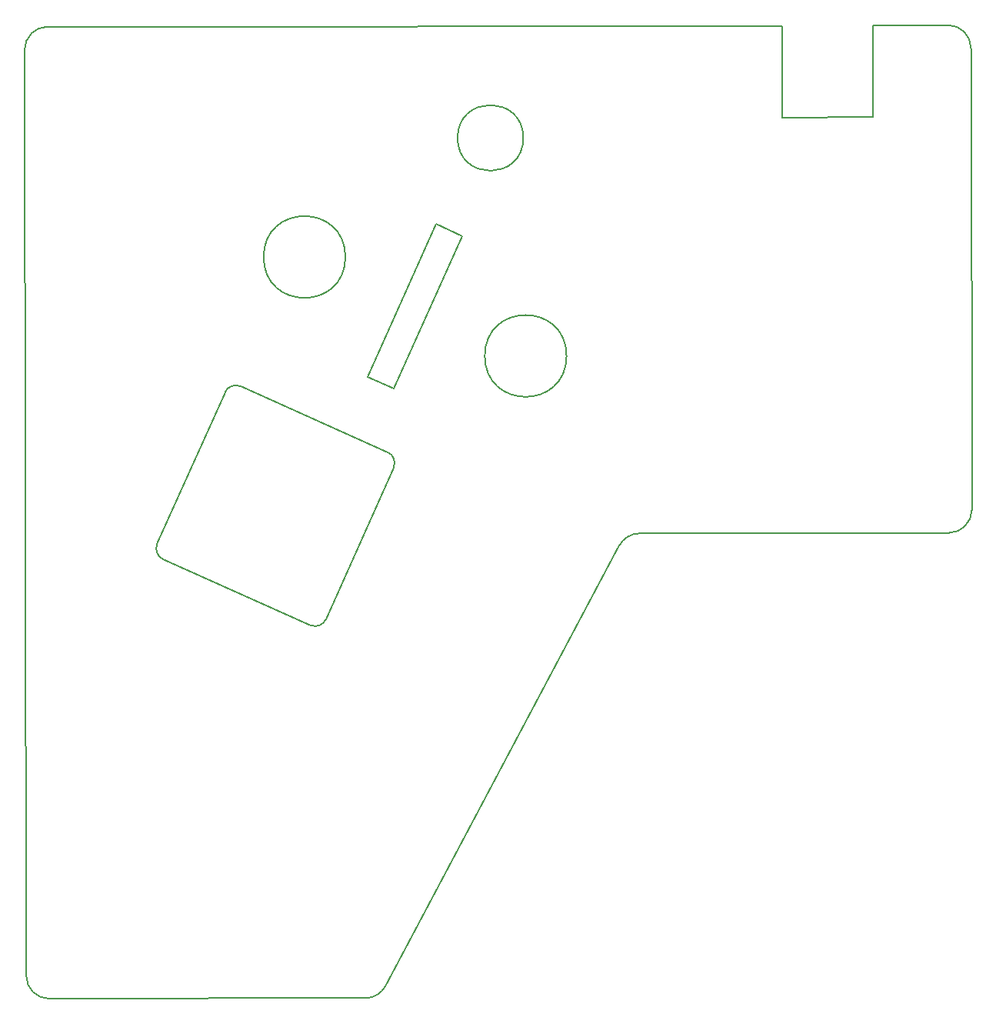
<source format=gm1>
G04 #@! TF.GenerationSoftware,KiCad,Pcbnew,5.0.2-bee76a0~70~ubuntu18.04.1*
G04 #@! TF.CreationDate,2019-04-30T11:18:50-04:00*
G04 #@! TF.ProjectId,AIR_Mount_Plus,4149525f-4d6f-4756-9e74-5f506c75732e,rev?*
G04 #@! TF.SameCoordinates,Original*
G04 #@! TF.FileFunction,Profile,NP*
%FSLAX46Y46*%
G04 Gerber Fmt 4.6, Leading zero omitted, Abs format (unit mm)*
G04 Created by KiCad (PCBNEW 5.0.2-bee76a0~70~ubuntu18.04.1) date Tue 30 Apr 2019 11:18:50 AM EDT*
%MOMM*%
%LPD*%
G01*
G04 APERTURE LIST*
%ADD10C,0.200000*%
G04 APERTURE END LIST*
D10*
X279100000Y-22000000D02*
X287370000Y-21970000D01*
X279100000Y-32100000D02*
X279100000Y-22000000D01*
X269100000Y-32200000D02*
X279100000Y-32100000D01*
X269100000Y-22100000D02*
X269100000Y-32200000D01*
X223501124Y-60692960D02*
X226399517Y-61989086D01*
X231018651Y-43882279D02*
X233917044Y-45178404D01*
X218876539Y-87367218D02*
G75*
G02X217198730Y-88008125I-1159358J518451D01*
G01*
X207797719Y-62365605D02*
X200326820Y-79072015D01*
X200967728Y-80749823D02*
G75*
G02X200326820Y-79072015I518450J1159358D01*
G01*
X253423026Y-77910718D02*
X287458869Y-77854103D01*
X218876538Y-87367217D02*
X226347436Y-70660807D01*
X226399517Y-61989086D02*
X233917044Y-45178404D01*
X289994640Y-75309882D02*
X289910140Y-24509875D01*
X207797719Y-62365605D02*
G75*
G02X209475526Y-61724698I1159357J-518450D01*
G01*
X287365507Y-21974104D02*
G75*
G02X289910140Y-24509875I4637J-2539996D01*
G01*
X245382336Y-58379409D02*
G75*
G03X245382336Y-58379409I-4500000J0D01*
G01*
X221035832Y-47491956D02*
G75*
G03X221035832Y-47491956I-4500000J0D01*
G01*
X231018651Y-43882279D02*
X223501124Y-60692960D01*
X225706529Y-68983000D02*
G75*
G02X226347436Y-70660807I-518450J-1159357D01*
G01*
X240623786Y-34385965D02*
G75*
G03X240623786Y-34385965I-3619500J0D01*
G01*
X185729078Y-24683168D02*
G75*
G02X188264850Y-22138946I2539997J4225D01*
G01*
X269100000Y-22100000D02*
X188264850Y-22138946D01*
X200967728Y-80749823D02*
X217198730Y-88008125D01*
X289994640Y-75309882D02*
G75*
G02X287458869Y-77854103I-2539996J-4225D01*
G01*
X225706529Y-68983000D02*
X209475526Y-61724698D01*
X185729079Y-24683168D02*
X185898575Y-126581838D01*
X188442797Y-129117610D02*
G75*
G02X185898575Y-126581838I-4225J2539997D01*
G01*
X188442797Y-129117609D02*
X223211388Y-129059776D01*
X225450402Y-127711200D02*
G75*
G02X223211388Y-129059776I-2243239J1191421D01*
G01*
X251184013Y-79259293D02*
G75*
G02X253423026Y-77910718I2243238J-1191421D01*
G01*
X225450400Y-127711200D02*
X251184014Y-79259293D01*
M02*

</source>
